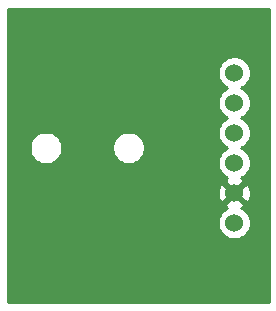
<source format=gbr>
G04 #@! TF.GenerationSoftware,KiCad,Pcbnew,(5.1.5)-3*
G04 #@! TF.CreationDate,2020-12-21T12:30:48+01:00*
G04 #@! TF.ProjectId,epimetheus_ina219,6570696d-6574-4686-9575-735f696e6132,rev?*
G04 #@! TF.SameCoordinates,Original*
G04 #@! TF.FileFunction,Copper,L2,Bot*
G04 #@! TF.FilePolarity,Positive*
%FSLAX46Y46*%
G04 Gerber Fmt 4.6, Leading zero omitted, Abs format (unit mm)*
G04 Created by KiCad (PCBNEW (5.1.5)-3) date 2020-12-21 12:30:48*
%MOMM*%
%LPD*%
G04 APERTURE LIST*
%ADD10C,1.524000*%
%ADD11C,0.254000*%
G04 APERTURE END LIST*
D10*
X179324000Y-24638000D03*
X179324000Y-27178000D03*
X179324000Y-29718000D03*
X179324000Y-32258000D03*
X179324000Y-34798000D03*
X179324000Y-37338000D03*
D11*
G36*
X182220000Y-44044000D02*
G01*
X160172000Y-44044000D01*
X160172000Y-37200408D01*
X177927000Y-37200408D01*
X177927000Y-37475592D01*
X177980686Y-37745490D01*
X178085995Y-37999727D01*
X178238880Y-38228535D01*
X178433465Y-38423120D01*
X178662273Y-38576005D01*
X178916510Y-38681314D01*
X179186408Y-38735000D01*
X179461592Y-38735000D01*
X179731490Y-38681314D01*
X179985727Y-38576005D01*
X180214535Y-38423120D01*
X180409120Y-38228535D01*
X180562005Y-37999727D01*
X180667314Y-37745490D01*
X180721000Y-37475592D01*
X180721000Y-37200408D01*
X180667314Y-36930510D01*
X180562005Y-36676273D01*
X180409120Y-36447465D01*
X180214535Y-36252880D01*
X179985727Y-36099995D01*
X179914057Y-36070308D01*
X179927023Y-36065636D01*
X180042980Y-36003656D01*
X180109960Y-35763565D01*
X179324000Y-34977605D01*
X178538040Y-35763565D01*
X178605020Y-36003656D01*
X178740760Y-36067485D01*
X178662273Y-36099995D01*
X178433465Y-36252880D01*
X178238880Y-36447465D01*
X178085995Y-36676273D01*
X177980686Y-36930510D01*
X177927000Y-37200408D01*
X160172000Y-37200408D01*
X160172000Y-34870017D01*
X177922090Y-34870017D01*
X177963078Y-35142133D01*
X178056364Y-35401023D01*
X178118344Y-35516980D01*
X178358435Y-35583960D01*
X179144395Y-34798000D01*
X179503605Y-34798000D01*
X180289565Y-35583960D01*
X180529656Y-35516980D01*
X180646756Y-35267952D01*
X180713023Y-35000865D01*
X180725910Y-34725983D01*
X180684922Y-34453867D01*
X180591636Y-34194977D01*
X180529656Y-34079020D01*
X180289565Y-34012040D01*
X179503605Y-34798000D01*
X179144395Y-34798000D01*
X178358435Y-34012040D01*
X178118344Y-34079020D01*
X178001244Y-34328048D01*
X177934977Y-34595135D01*
X177922090Y-34870017D01*
X160172000Y-34870017D01*
X160172000Y-30851589D01*
X161988000Y-30851589D01*
X161988000Y-31124411D01*
X162041225Y-31391989D01*
X162145629Y-31644043D01*
X162297201Y-31870886D01*
X162490114Y-32063799D01*
X162716957Y-32215371D01*
X162969011Y-32319775D01*
X163236589Y-32373000D01*
X163509411Y-32373000D01*
X163776989Y-32319775D01*
X164029043Y-32215371D01*
X164255886Y-32063799D01*
X164448799Y-31870886D01*
X164600371Y-31644043D01*
X164704775Y-31391989D01*
X164758000Y-31124411D01*
X164758000Y-30851589D01*
X168988000Y-30851589D01*
X168988000Y-31124411D01*
X169041225Y-31391989D01*
X169145629Y-31644043D01*
X169297201Y-31870886D01*
X169490114Y-32063799D01*
X169716957Y-32215371D01*
X169969011Y-32319775D01*
X170236589Y-32373000D01*
X170509411Y-32373000D01*
X170776989Y-32319775D01*
X171029043Y-32215371D01*
X171255886Y-32063799D01*
X171448799Y-31870886D01*
X171600371Y-31644043D01*
X171704775Y-31391989D01*
X171758000Y-31124411D01*
X171758000Y-30851589D01*
X171704775Y-30584011D01*
X171600371Y-30331957D01*
X171448799Y-30105114D01*
X171255886Y-29912201D01*
X171029043Y-29760629D01*
X170776989Y-29656225D01*
X170509411Y-29603000D01*
X170236589Y-29603000D01*
X169969011Y-29656225D01*
X169716957Y-29760629D01*
X169490114Y-29912201D01*
X169297201Y-30105114D01*
X169145629Y-30331957D01*
X169041225Y-30584011D01*
X168988000Y-30851589D01*
X164758000Y-30851589D01*
X164704775Y-30584011D01*
X164600371Y-30331957D01*
X164448799Y-30105114D01*
X164255886Y-29912201D01*
X164029043Y-29760629D01*
X163776989Y-29656225D01*
X163509411Y-29603000D01*
X163236589Y-29603000D01*
X162969011Y-29656225D01*
X162716957Y-29760629D01*
X162490114Y-29912201D01*
X162297201Y-30105114D01*
X162145629Y-30331957D01*
X162041225Y-30584011D01*
X161988000Y-30851589D01*
X160172000Y-30851589D01*
X160172000Y-24500408D01*
X177927000Y-24500408D01*
X177927000Y-24775592D01*
X177980686Y-25045490D01*
X178085995Y-25299727D01*
X178238880Y-25528535D01*
X178433465Y-25723120D01*
X178662273Y-25876005D01*
X178739515Y-25908000D01*
X178662273Y-25939995D01*
X178433465Y-26092880D01*
X178238880Y-26287465D01*
X178085995Y-26516273D01*
X177980686Y-26770510D01*
X177927000Y-27040408D01*
X177927000Y-27315592D01*
X177980686Y-27585490D01*
X178085995Y-27839727D01*
X178238880Y-28068535D01*
X178433465Y-28263120D01*
X178662273Y-28416005D01*
X178739515Y-28448000D01*
X178662273Y-28479995D01*
X178433465Y-28632880D01*
X178238880Y-28827465D01*
X178085995Y-29056273D01*
X177980686Y-29310510D01*
X177927000Y-29580408D01*
X177927000Y-29855592D01*
X177980686Y-30125490D01*
X178085995Y-30379727D01*
X178238880Y-30608535D01*
X178433465Y-30803120D01*
X178662273Y-30956005D01*
X178739515Y-30988000D01*
X178662273Y-31019995D01*
X178433465Y-31172880D01*
X178238880Y-31367465D01*
X178085995Y-31596273D01*
X177980686Y-31850510D01*
X177927000Y-32120408D01*
X177927000Y-32395592D01*
X177980686Y-32665490D01*
X178085995Y-32919727D01*
X178238880Y-33148535D01*
X178433465Y-33343120D01*
X178662273Y-33496005D01*
X178733943Y-33525692D01*
X178720977Y-33530364D01*
X178605020Y-33592344D01*
X178538040Y-33832435D01*
X179324000Y-34618395D01*
X180109960Y-33832435D01*
X180042980Y-33592344D01*
X179907240Y-33528515D01*
X179985727Y-33496005D01*
X180214535Y-33343120D01*
X180409120Y-33148535D01*
X180562005Y-32919727D01*
X180667314Y-32665490D01*
X180721000Y-32395592D01*
X180721000Y-32120408D01*
X180667314Y-31850510D01*
X180562005Y-31596273D01*
X180409120Y-31367465D01*
X180214535Y-31172880D01*
X179985727Y-31019995D01*
X179908485Y-30988000D01*
X179985727Y-30956005D01*
X180214535Y-30803120D01*
X180409120Y-30608535D01*
X180562005Y-30379727D01*
X180667314Y-30125490D01*
X180721000Y-29855592D01*
X180721000Y-29580408D01*
X180667314Y-29310510D01*
X180562005Y-29056273D01*
X180409120Y-28827465D01*
X180214535Y-28632880D01*
X179985727Y-28479995D01*
X179908485Y-28448000D01*
X179985727Y-28416005D01*
X180214535Y-28263120D01*
X180409120Y-28068535D01*
X180562005Y-27839727D01*
X180667314Y-27585490D01*
X180721000Y-27315592D01*
X180721000Y-27040408D01*
X180667314Y-26770510D01*
X180562005Y-26516273D01*
X180409120Y-26287465D01*
X180214535Y-26092880D01*
X179985727Y-25939995D01*
X179908485Y-25908000D01*
X179985727Y-25876005D01*
X180214535Y-25723120D01*
X180409120Y-25528535D01*
X180562005Y-25299727D01*
X180667314Y-25045490D01*
X180721000Y-24775592D01*
X180721000Y-24500408D01*
X180667314Y-24230510D01*
X180562005Y-23976273D01*
X180409120Y-23747465D01*
X180214535Y-23552880D01*
X179985727Y-23399995D01*
X179731490Y-23294686D01*
X179461592Y-23241000D01*
X179186408Y-23241000D01*
X178916510Y-23294686D01*
X178662273Y-23399995D01*
X178433465Y-23552880D01*
X178238880Y-23747465D01*
X178085995Y-23976273D01*
X177980686Y-24230510D01*
X177927000Y-24500408D01*
X160172000Y-24500408D01*
X160172000Y-19202000D01*
X182220001Y-19202000D01*
X182220000Y-44044000D01*
G37*
X182220000Y-44044000D02*
X160172000Y-44044000D01*
X160172000Y-37200408D01*
X177927000Y-37200408D01*
X177927000Y-37475592D01*
X177980686Y-37745490D01*
X178085995Y-37999727D01*
X178238880Y-38228535D01*
X178433465Y-38423120D01*
X178662273Y-38576005D01*
X178916510Y-38681314D01*
X179186408Y-38735000D01*
X179461592Y-38735000D01*
X179731490Y-38681314D01*
X179985727Y-38576005D01*
X180214535Y-38423120D01*
X180409120Y-38228535D01*
X180562005Y-37999727D01*
X180667314Y-37745490D01*
X180721000Y-37475592D01*
X180721000Y-37200408D01*
X180667314Y-36930510D01*
X180562005Y-36676273D01*
X180409120Y-36447465D01*
X180214535Y-36252880D01*
X179985727Y-36099995D01*
X179914057Y-36070308D01*
X179927023Y-36065636D01*
X180042980Y-36003656D01*
X180109960Y-35763565D01*
X179324000Y-34977605D01*
X178538040Y-35763565D01*
X178605020Y-36003656D01*
X178740760Y-36067485D01*
X178662273Y-36099995D01*
X178433465Y-36252880D01*
X178238880Y-36447465D01*
X178085995Y-36676273D01*
X177980686Y-36930510D01*
X177927000Y-37200408D01*
X160172000Y-37200408D01*
X160172000Y-34870017D01*
X177922090Y-34870017D01*
X177963078Y-35142133D01*
X178056364Y-35401023D01*
X178118344Y-35516980D01*
X178358435Y-35583960D01*
X179144395Y-34798000D01*
X179503605Y-34798000D01*
X180289565Y-35583960D01*
X180529656Y-35516980D01*
X180646756Y-35267952D01*
X180713023Y-35000865D01*
X180725910Y-34725983D01*
X180684922Y-34453867D01*
X180591636Y-34194977D01*
X180529656Y-34079020D01*
X180289565Y-34012040D01*
X179503605Y-34798000D01*
X179144395Y-34798000D01*
X178358435Y-34012040D01*
X178118344Y-34079020D01*
X178001244Y-34328048D01*
X177934977Y-34595135D01*
X177922090Y-34870017D01*
X160172000Y-34870017D01*
X160172000Y-30851589D01*
X161988000Y-30851589D01*
X161988000Y-31124411D01*
X162041225Y-31391989D01*
X162145629Y-31644043D01*
X162297201Y-31870886D01*
X162490114Y-32063799D01*
X162716957Y-32215371D01*
X162969011Y-32319775D01*
X163236589Y-32373000D01*
X163509411Y-32373000D01*
X163776989Y-32319775D01*
X164029043Y-32215371D01*
X164255886Y-32063799D01*
X164448799Y-31870886D01*
X164600371Y-31644043D01*
X164704775Y-31391989D01*
X164758000Y-31124411D01*
X164758000Y-30851589D01*
X168988000Y-30851589D01*
X168988000Y-31124411D01*
X169041225Y-31391989D01*
X169145629Y-31644043D01*
X169297201Y-31870886D01*
X169490114Y-32063799D01*
X169716957Y-32215371D01*
X169969011Y-32319775D01*
X170236589Y-32373000D01*
X170509411Y-32373000D01*
X170776989Y-32319775D01*
X171029043Y-32215371D01*
X171255886Y-32063799D01*
X171448799Y-31870886D01*
X171600371Y-31644043D01*
X171704775Y-31391989D01*
X171758000Y-31124411D01*
X171758000Y-30851589D01*
X171704775Y-30584011D01*
X171600371Y-30331957D01*
X171448799Y-30105114D01*
X171255886Y-29912201D01*
X171029043Y-29760629D01*
X170776989Y-29656225D01*
X170509411Y-29603000D01*
X170236589Y-29603000D01*
X169969011Y-29656225D01*
X169716957Y-29760629D01*
X169490114Y-29912201D01*
X169297201Y-30105114D01*
X169145629Y-30331957D01*
X169041225Y-30584011D01*
X168988000Y-30851589D01*
X164758000Y-30851589D01*
X164704775Y-30584011D01*
X164600371Y-30331957D01*
X164448799Y-30105114D01*
X164255886Y-29912201D01*
X164029043Y-29760629D01*
X163776989Y-29656225D01*
X163509411Y-29603000D01*
X163236589Y-29603000D01*
X162969011Y-29656225D01*
X162716957Y-29760629D01*
X162490114Y-29912201D01*
X162297201Y-30105114D01*
X162145629Y-30331957D01*
X162041225Y-30584011D01*
X161988000Y-30851589D01*
X160172000Y-30851589D01*
X160172000Y-24500408D01*
X177927000Y-24500408D01*
X177927000Y-24775592D01*
X177980686Y-25045490D01*
X178085995Y-25299727D01*
X178238880Y-25528535D01*
X178433465Y-25723120D01*
X178662273Y-25876005D01*
X178739515Y-25908000D01*
X178662273Y-25939995D01*
X178433465Y-26092880D01*
X178238880Y-26287465D01*
X178085995Y-26516273D01*
X177980686Y-26770510D01*
X177927000Y-27040408D01*
X177927000Y-27315592D01*
X177980686Y-27585490D01*
X178085995Y-27839727D01*
X178238880Y-28068535D01*
X178433465Y-28263120D01*
X178662273Y-28416005D01*
X178739515Y-28448000D01*
X178662273Y-28479995D01*
X178433465Y-28632880D01*
X178238880Y-28827465D01*
X178085995Y-29056273D01*
X177980686Y-29310510D01*
X177927000Y-29580408D01*
X177927000Y-29855592D01*
X177980686Y-30125490D01*
X178085995Y-30379727D01*
X178238880Y-30608535D01*
X178433465Y-30803120D01*
X178662273Y-30956005D01*
X178739515Y-30988000D01*
X178662273Y-31019995D01*
X178433465Y-31172880D01*
X178238880Y-31367465D01*
X178085995Y-31596273D01*
X177980686Y-31850510D01*
X177927000Y-32120408D01*
X177927000Y-32395592D01*
X177980686Y-32665490D01*
X178085995Y-32919727D01*
X178238880Y-33148535D01*
X178433465Y-33343120D01*
X178662273Y-33496005D01*
X178733943Y-33525692D01*
X178720977Y-33530364D01*
X178605020Y-33592344D01*
X178538040Y-33832435D01*
X179324000Y-34618395D01*
X180109960Y-33832435D01*
X180042980Y-33592344D01*
X179907240Y-33528515D01*
X179985727Y-33496005D01*
X180214535Y-33343120D01*
X180409120Y-33148535D01*
X180562005Y-32919727D01*
X180667314Y-32665490D01*
X180721000Y-32395592D01*
X180721000Y-32120408D01*
X180667314Y-31850510D01*
X180562005Y-31596273D01*
X180409120Y-31367465D01*
X180214535Y-31172880D01*
X179985727Y-31019995D01*
X179908485Y-30988000D01*
X179985727Y-30956005D01*
X180214535Y-30803120D01*
X180409120Y-30608535D01*
X180562005Y-30379727D01*
X180667314Y-30125490D01*
X180721000Y-29855592D01*
X180721000Y-29580408D01*
X180667314Y-29310510D01*
X180562005Y-29056273D01*
X180409120Y-28827465D01*
X180214535Y-28632880D01*
X179985727Y-28479995D01*
X179908485Y-28448000D01*
X179985727Y-28416005D01*
X180214535Y-28263120D01*
X180409120Y-28068535D01*
X180562005Y-27839727D01*
X180667314Y-27585490D01*
X180721000Y-27315592D01*
X180721000Y-27040408D01*
X180667314Y-26770510D01*
X180562005Y-26516273D01*
X180409120Y-26287465D01*
X180214535Y-26092880D01*
X179985727Y-25939995D01*
X179908485Y-25908000D01*
X179985727Y-25876005D01*
X180214535Y-25723120D01*
X180409120Y-25528535D01*
X180562005Y-25299727D01*
X180667314Y-25045490D01*
X180721000Y-24775592D01*
X180721000Y-24500408D01*
X180667314Y-24230510D01*
X180562005Y-23976273D01*
X180409120Y-23747465D01*
X180214535Y-23552880D01*
X179985727Y-23399995D01*
X179731490Y-23294686D01*
X179461592Y-23241000D01*
X179186408Y-23241000D01*
X178916510Y-23294686D01*
X178662273Y-23399995D01*
X178433465Y-23552880D01*
X178238880Y-23747465D01*
X178085995Y-23976273D01*
X177980686Y-24230510D01*
X177927000Y-24500408D01*
X160172000Y-24500408D01*
X160172000Y-19202000D01*
X182220001Y-19202000D01*
X182220000Y-44044000D01*
M02*

</source>
